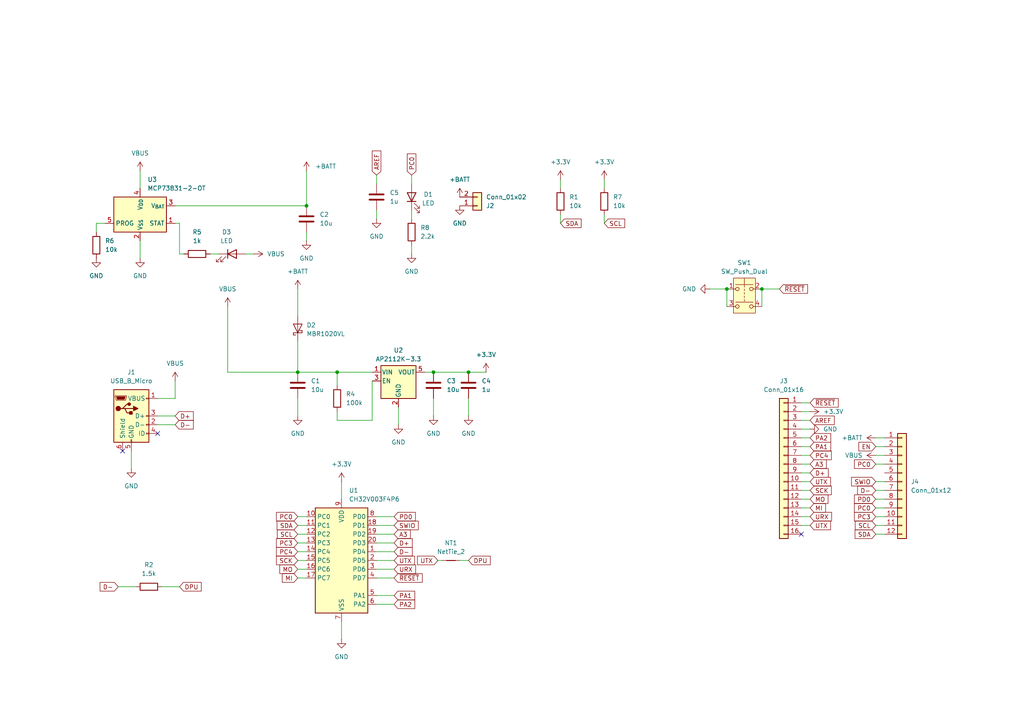
<source format=kicad_sch>
(kicad_sch (version 20250114) (generator "eeschema") (generator_version "9.0")
  (paper "A4")
  (lib_symbols
    (symbol "Battery_Management:MCP73831-2-OT"
      (property "Reference" "U" (at -7.62 6.35 0))
      (property "Value" "MCP73831-2-OT" (at 1.27 6.35 0))
      (symbol "MCP73831-2-OT_0_1"
        (rectangle (start -7.62 5.08) (end 7.62 -5.08) (stroke (width 0.254)) (fill (type background)))
      )
      (symbol "MCP73831-2-OT_1_1"
        (pin input line (at -10.16 -2.54 0) (length 2.54) (name "PROG") (number "5"))
        (pin power_in line (at 0 7.62 270) (length 2.54) (name "V_{DD}") (number "4"))
        (pin power_in line (at 0 -7.62 90) (length 2.54) (name "V_{SS}") (number "2"))
        (pin power_out line (at 10.16 2.54 180) (length 2.54) (name "V_{BAT}") (number "3"))
        (pin tri_state line (at 10.16 -2.54 180) (length 2.54) (name "STAT") (number "1"))
      )
    )
    (symbol "Connector:USB_B_Micro" (pin_names (offset 1.016))
      (property "Reference" "J" (at -5.08 11.43 0))
      (property "Value" "USB_B_Micro" (at -5.08 8.89 0))
      (symbol "USB_B_Micro_0_1"
        (rectangle (start -5.08 -7.62) (end 5.08 7.62) (stroke (width 0.254)) (fill (type background)))
        (polyline (pts (xy -4.699 5.842) (xy -4.699 5.588) (xy -4.445 4.826) (xy -4.445 4.572) (xy -1.651 4.572) (xy -1.651 4.826) (xy -1.397 5.588) (xy -1.397 5.842) (xy -4.699 5.842)))
        (polyline (pts (xy -4.318 5.588) (xy -1.778 5.588) (xy -2.032 4.826) (xy -4.064 4.826) (xy -4.318 5.588)) (fill (type outline)))
        (circle (center -3.81 2.159) (radius 0.635) (stroke (width 0.254)) (fill (type outline)))
        (polyline (pts (xy -3.175 2.159) (xy -2.54 2.159) (xy -1.27 3.429) (xy -0.635 3.429)) (stroke (width 0.254)))
        (polyline (pts (xy -2.54 2.159) (xy -1.905 2.159) (xy -1.27 0.889) (xy 0 0.889)) (stroke (width 0.254)))
        (polyline (pts (xy -1.905 2.159) (xy 0.635 2.159)) (stroke (width 0.254)))
        (circle (center -0.635 3.429) (radius 0.381) (stroke (width 0.254)) (fill (type outline)))
        (rectangle (start -0.127 -7.62) (end 0.127 -6.858))
        (rectangle (start 0.254 1.27) (end -0.508 0.508) (stroke (width 0.254)) (fill (type outline)))
        (polyline (pts (xy 0.635 2.794) (xy 0.635 1.524) (xy 1.905 2.159) (xy 0.635 2.794)) (stroke (width 0.254)) (fill (type outline)))
        (rectangle (start 5.08 4.953) (end 4.318 5.207))
        (rectangle (start 5.08 -0.127) (end 4.318 0.127))
        (rectangle (start 5.08 -2.667) (end 4.318 -2.413))
        (rectangle (start 5.08 -5.207) (end 4.318 -4.953))
      )
      (symbol "USB_B_Micro_1_1"
        (pin passive line (at -2.54 -10.16 90) (length 2.54) (name "Shield") (number "6"))
        (pin power_out line (at 0 -10.16 90) (length 2.54) (name "GND") (number "5"))
        (pin power_out line (at 7.62 5.08 180) (length 2.54) (name "VBUS") (number "1"))
        (pin bidirectional line (at 7.62 0 180) (length 2.54) (name "D+") (number "3"))
        (pin bidirectional line (at 7.62 -2.54 180) (length 2.54) (name "D-") (number "2"))
        (pin passive line (at 7.62 -5.08 180) (length 2.54) (name "ID") (number "4"))
      )
    )
    (symbol "Connector_Generic:Conn_01x02" (pin_names (offset 1.016) (hide yes))
      (property "Reference" "J" (at 0 2.54 0))
      (property "Value" "Conn_01x02" (at 0 -5.08 0))
      (symbol "Conn_01x02_1_1"
        (rectangle (start -1.27 1.27) (end 1.27 -3.81) (stroke (width 0.254)) (fill (type background)))
        (rectangle (start -1.27 0.127) (end 0 -0.127) (stroke (width 0.1524)))
        (rectangle (start -1.27 -2.413) (end 0 -2.667) (stroke (width 0.1524)))
        (pin passive line (at -5.08 0 0) (length 3.81) (name "Pin_1") (number "1"))
        (pin passive line (at -5.08 -2.54 0) (length 3.81) (name "Pin_2") (number "2"))
      )
    )
    (symbol "Connector_Generic:Conn_01x12" (pin_names (offset 1.016) (hide yes))
      (property "Reference" "J" (at 0 15.24 0))
      (property "Value" "Conn_01x12" (at 0 -17.78 0))
      (symbol "Conn_01x12_1_1"
        (rectangle (start -1.27 13.97) (end 1.27 -16.51) (stroke (width 0.254)) (fill (type background)))
        (rectangle (start -1.27 12.827) (end 0 12.573) (stroke (width 0.1524)))
        (rectangle (start -1.27 10.287) (end 0 10.033) (stroke (width 0.1524)))
        (rectangle (start -1.27 7.747) (end 0 7.493) (stroke (width 0.1524)))
        (rectangle (start -1.27 5.207) (end 0 4.953) (stroke (width 0.1524)))
        (rectangle (start -1.27 2.667) (end 0 2.413) (stroke (width 0.1524)))
        (rectangle (start -1.27 0.127) (end 0 -0.127) (stroke (width 0.1524)))
        (rectangle (start -1.27 -2.413) (end 0 -2.667) (stroke (width 0.1524)))
        (rectangle (start -1.27 -4.953) (end 0 -5.207) (stroke (width 0.1524)))
        (rectangle (start -1.27 -7.493) (end 0 -7.747) (stroke (width 0.1524)))
        (rectangle (start -1.27 -10.033) (end 0 -10.287) (stroke (width 0.1524)))
        (rectangle (start -1.27 -12.573) (end 0 -12.827) (stroke (width 0.1524)))
        (rectangle (start -1.27 -15.113) (end 0 -15.367) (stroke (width 0.1524)))
        (pin passive line (at -5.08 12.7 0) (length 3.81) (name "Pin_1") (number "1"))
        (pin passive line (at -5.08 10.16 0) (length 3.81) (name "Pin_2") (number "2"))
        (pin passive line (at -5.08 7.62 0) (length 3.81) (name "Pin_3") (number "3"))
        (pin passive line (at -5.08 5.08 0) (length 3.81) (name "Pin_4") (number "4"))
        (pin passive line (at -5.08 2.54 0) (length 3.81) (name "Pin_5") (number "5"))
        (pin passive line (at -5.08 0 0) (length 3.81) (name "Pin_6") (number "6"))
        (pin passive line (at -5.08 -2.54 0) (length 3.81) (name "Pin_7") (number "7"))
        (pin passive line (at -5.08 -5.08 0) (length 3.81) (name "Pin_8") (number "8"))
        (pin passive line (at -5.08 -7.62 0) (length 3.81) (name "Pin_9") (number "9"))
        (pin passive line (at -5.08 -10.16 0) (length 3.81) (name "Pin_10") (number "10"))
        (pin passive line (at -5.08 -12.7 0) (length 3.81) (name "Pin_11") (number "11"))
        (pin passive line (at -5.08 -15.24 0) (length 3.81) (name "Pin_12") (number "12"))
      )
    )
    (symbol "Connector_Generic:Conn_01x16" (pin_names (offset 1.016) (hide yes))
      (property "Reference" "J" (at 0 20.32 0))
      (property "Value" "Conn_01x16" (at 0 -22.86 0))
      (symbol "Conn_01x16_1_1"
        (rectangle (start -1.27 19.05) (end 1.27 -21.59) (stroke (width 0.254)) (fill (type background)))
        (rectangle (start -1.27 17.907) (end 0 17.653) (stroke (width 0.1524)))
        (rectangle (start -1.27 15.367) (end 0 15.113) (stroke (width 0.1524)))
        (rectangle (start -1.27 12.827) (end 0 12.573) (stroke (width 0.1524)))
        (rectangle (start -1.27 10.287) (end 0 10.033) (stroke (width 0.1524)))
        (rectangle (start -1.27 7.747) (end 0 7.493) (stroke (width 0.1524)))
        (rectangle (start -1.27 5.207) (end 0 4.953) (stroke (width 0.1524)))
        (rectangle (start -1.27 2.667) (end 0 2.413) (stroke (width 0.1524)))
        (rectangle (start -1.27 0.127) (end 0 -0.127) (stroke (width 0.1524)))
        (rectangle (start -1.27 -2.413) (end 0 -2.667) (stroke (width 0.1524)))
        (rectangle (start -1.27 -4.953) (end 0 -5.207) (stroke (width 0.1524)))
        (rectangle (start -1.27 -7.493) (end 0 -7.747) (stroke (width 0.1524)))
        (rectangle (start -1.27 -10.033) (end 0 -10.287) (stroke (width 0.1524)))
        (rectangle (start -1.27 -12.573) (end 0 -12.827) (stroke (width 0.1524)))
        (rectangle (start -1.27 -15.113) (end 0 -15.367) (stroke (width 0.1524)))
        (rectangle (start -1.27 -17.653) (end 0 -17.907) (stroke (width 0.1524)))
        (rectangle (start -1.27 -20.193) (end 0 -20.447) (stroke (width 0.1524)))
        (pin passive line (at -5.08 17.78 0) (length 3.81) (name "Pin_1") (number "1"))
        (pin passive line (at -5.08 15.24 0) (length 3.81) (name "Pin_2") (number "2"))
        (pin passive line (at -5.08 12.7 0) (length 3.81) (name "Pin_3") (number "3"))
        (pin passive line (at -5.08 10.16 0) (length 3.81) (name "Pin_4") (number "4"))
        (pin passive line (at -5.08 7.62 0) (length 3.81) (name "Pin_5") (number "5"))
        (pin passive line (at -5.08 5.08 0) (length 3.81) (name "Pin_6") (number "6"))
        (pin passive line (at -5.08 2.54 0) (length 3.81) (name "Pin_7") (number "7"))
        (pin passive line (at -5.08 0 0) (length 3.81) (name "Pin_8") (number "8"))
        (pin passive line (at -5.08 -2.54 0) (length 3.81) (name "Pin_9") (number "9"))
        (pin passive line (at -5.08 -5.08 0) (length 3.81) (name "Pin_10") (number "10"))
        (pin passive line (at -5.08 -7.62 0) (length 3.81) (name "Pin_11") (number "11"))
        (pin passive line (at -5.08 -10.16 0) (length 3.81) (name "Pin_12") (number "12"))
        (pin passive line (at -5.08 -12.7 0) (length 3.81) (name "Pin_13") (number "13"))
        (pin passive line (at -5.08 -15.24 0) (length 3.81) (name "Pin_14") (number "14"))
        (pin passive line (at -5.08 -17.78 0) (length 3.81) (name "Pin_15") (number "15"))
        (pin passive line (at -5.08 -20.32 0) (length 3.81) (name "Pin_16") (number "16"))
      )
    )
    (symbol "Device:C" (pin_numbers (hide yes)) (pin_names (offset 0.254))
      (property "Reference" "C" (at 0.635 2.54 0))
      (property "Value" "C" (at 0.635 -2.54 0))
      (symbol "C_0_1"
        (polyline (pts (xy -2.032 0.762) (xy 2.032 0.762)) (stroke (width 0.508)))
        (polyline (pts (xy -2.032 -0.762) (xy 2.032 -0.762)) (stroke (width 0.508)))
      )
      (symbol "C_1_1"
        (pin passive line (at 0 3.81 270) (length 2.794) (name "~") (number "1"))
        (pin passive line (at 0 -3.81 90) (length 2.794) (name "~") (number "2"))
      )
    )
    (symbol "Device:LED" (pin_numbers (hide yes)) (pin_names (offset 1.016) (hide yes))
      (property "Reference" "D" (at 0 2.54 0))
      (property "Value" "LED" (at 0 -2.54 0))
      (symbol "LED_0_1"
        (polyline (pts (xy -3.048 -0.762) (xy -4.572 -2.286) (xy -3.81 -2.286) (xy -4.572 -2.286) (xy -4.572 -1.524)))
        (polyline (pts (xy -1.778 -0.762) (xy -3.302 -2.286) (xy -2.54 -2.286) (xy -3.302 -2.286) (xy -3.302 -1.524)))
        (polyline (pts (xy -1.27 0) (xy 1.27 0)))
        (polyline (pts (xy -1.27 -1.27) (xy -1.27 1.27)) (stroke (width 0.254)))
        (polyline (pts (xy 1.27 -1.27) (xy 1.27 1.27) (xy -1.27 0) (xy 1.27 -1.27)) (stroke (width 0.254)))
      )
      (symbol "LED_1_1"
        (pin passive line (at -3.81 0 0) (length 2.54) (name "K") (number "1"))
        (pin passive line (at 3.81 0 180) (length 2.54) (name "A") (number "2"))
      )
    )
    (symbol "Device:NetTie_2" (pin_numbers (hide yes)) (pin_names (offset 0) (hide yes)) (in_bom no)
      (property "Reference" "NT" (at 0 1.27 0))
      (property "Value" "NetTie_2" (at 0 -1.27 0))
      (symbol "NetTie_2_0_1"
        (polyline (pts (xy -1.27 0) (xy 1.27 0)) (stroke (width 0.254)))
      )
      (symbol "NetTie_2_1_1"
        (pin passive line (at -2.54 0 0) (length 2.54) (name "1") (number "1"))
        (pin passive line (at 2.54 0 180) (length 2.54) (name "2") (number "2"))
      )
    )
    (symbol "Device:R" (pin_numbers (hide yes)) (pin_names (offset 0))
      (property "Reference" "R" (at 2.032 0 90))
      (property "Value" "R" (at 0 0 90))
      (symbol "R_0_1"
        (rectangle (start -1.016 -2.54) (end 1.016 2.54) (stroke (width 0.254)))
      )
      (symbol "R_1_1"
        (pin passive line (at 0 3.81 270) (length 1.27) (name "~") (number "1"))
        (pin passive line (at 0 -3.81 90) (length 1.27) (name "~") (number "2"))
      )
    )
    (symbol "Diode:MBR1020VL" (pin_numbers (hide yes)) (pin_names (hide yes))
      (property "Reference" "D" (at 0 2.54 0))
      (property "Value" "MBR1020VL" (at 0 -2.54 0))
      (symbol "MBR1020VL_0_1"
        (polyline (pts (xy -1.905 0.635) (xy -1.905 1.27) (xy -1.27 1.27) (xy -1.27 -1.27) (xy -0.635 -1.27) (xy -0.635 -0.635)) (stroke (width 0.2032)))
        (polyline (pts (xy 1.27 1.27) (xy 1.27 -1.27) (xy -1.27 0) (xy 1.27 1.27)) (stroke (width 0.2032)))
        (polyline (pts (xy 1.27 0) (xy -1.27 0)))
      )
      (symbol "MBR1020VL_1_1"
        (pin passive line (at -3.81 0 0) (length 2.54) (name "K") (number "1"))
        (pin passive line (at 3.81 0 180) (length 2.54) (name "A") (number "2"))
      )
    )
    (symbol "MCU_WCH_CH32V0:CH32V003FxPx"
      (property "Reference" "U" (at -7.62 17.78 0))
      (property "Value" "CH32V003FxPx" (at 7.62 17.78 0))
      (symbol "CH32V003FxPx_1_1"
        (rectangle (start -7.62 15.24) (end 7.62 -15.24) (stroke (width 0.254)) (fill (type background)))
        (pin bidirectional line (at -10.16 12.7 0) (length 2.54) (name "PC0") (number "10"))
        (pin bidirectional line (at -10.16 10.16 0) (length 2.54) (name "PC1") (number "11"))
        (pin bidirectional line (at -10.16 7.62 0) (length 2.54) (name "PC2") (number "12"))
        (pin bidirectional line (at -10.16 5.08 0) (length 2.54) (name "PC3") (number "13"))
        (pin bidirectional line (at -10.16 2.54 0) (length 2.54) (name "PC4") (number "14"))
        (pin bidirectional line (at -10.16 0 0) (length 2.54) (name "PC5") (number "15"))
        (pin bidirectional line (at -10.16 -2.54 0) (length 2.54) (name "PC6") (number "16"))
        (pin bidirectional line (at -10.16 -5.08 0) (length 2.54) (name "PC7") (number "17"))
        (pin power_in line (at 0 17.78 270) (length 2.54) (name "VDD") (number "9"))
        (pin power_in line (at 0 -17.78 90) (length 2.54) (name "VSS") (number "7"))
        (pin bidirectional line (at 10.16 12.7 180) (length 2.54) (name "PD0") (number "8"))
        (pin bidirectional line (at 10.16 10.16 180) (length 2.54) (name "PD1") (number "18"))
        (pin bidirectional line (at 10.16 7.62 180) (length 2.54) (name "PD2") (number "19"))
        (pin bidirectional line (at 10.16 5.08 180) (length 2.54) (name "PD3") (number "20"))
        (pin bidirectional line (at 10.16 2.54 180) (length 2.54) (name "PD4") (number "1"))
        (pin bidirectional line (at 10.16 0 180) (length 2.54) (name "PD5") (number "2"))
        (pin bidirectional line (at 10.16 -2.54 180) (length 2.54) (name "PD6") (number "3"))
        (pin bidirectional line (at 10.16 -5.08 180) (length 2.54) (name "PD7") (number "4"))
        (pin bidirectional line (at 10.16 -10.16 180) (length 2.54) (name "PA1") (number "5"))
        (pin bidirectional line (at 10.16 -12.7 180) (length 2.54) (name "PA2") (number "6"))
      )
    )
    (symbol "Regulator_Linear:AP2112K-3.3" (pin_names (offset 0.254))
      (property "Reference" "U" (at -5.08 5.715 0))
      (property "Value" "AP2112K-3.3" (at 0 5.715 0))
      (symbol "AP2112K-3.3_0_1"
        (rectangle (start -5.08 4.445) (end 5.08 -5.08) (stroke (width 0.254)) (fill (type background)))
      )
      (symbol "AP2112K-3.3_1_1"
        (pin power_in line (at -7.62 2.54 0) (length 2.54) (name "VIN") (number "1"))
        (pin input line (at -7.62 0 0) (length 2.54) (name "EN") (number "3"))
        (pin power_in line (at 0 -7.62 90) (length 2.54) (name "GND") (number "2"))
        (pin no_connect line (at 5.08 0 180) (length 2.54) (hide yes) (name "NC") (number "4"))
        (pin power_out line (at 7.62 2.54 180) (length 2.54) (name "VOUT") (number "5"))
      )
    )
    (symbol "Switch:SW_Push_Dual" (pin_names (offset 1.016) (hide yes))
      (property "Reference" "SW" (at 0 7.62 0))
      (property "Value" "SW_Push_Dual" (at 0 -6.35 0))
      (symbol "SW_Push_Dual_0_1"
        (circle (center -2.032 2.54) (radius 0.508))
        (circle (center -2.032 -2.54) (radius 0.508))
        (polyline (pts (xy 0 3.81) (xy 0 5.588)))
        (polyline (pts (xy 0 3.048) (xy 0 3.556)))
        (polyline (pts (xy 0 2.032) (xy 0 2.54)))
        (polyline (pts (xy 0 1.016) (xy 0 1.524)))
        (polyline (pts (xy 0 0.508) (xy 0 0)))
        (polyline (pts (xy 0 -0.508) (xy 0 -1.016)))
        (circle (center 2.032 2.54) (radius 0.508))
        (circle (center 2.032 -2.54) (radius 0.508))
        (polyline (pts (xy 2.54 3.81) (xy -2.54 3.81)))
        (polyline (pts (xy 2.54 -1.27) (xy -2.54 -1.27)))
        (pin passive line (at -5.08 2.54 0) (length 2.54) (name "1") (number "1"))
        (pin passive line (at -5.08 -2.54 0) (length 2.54) (name "3") (number "3"))
        (pin passive line (at 5.08 2.54 180) (length 2.54) (name "2") (number "2"))
        (pin passive line (at 5.08 -2.54 180) (length 2.54) (name "4") (number "4"))
      )
      (symbol "SW_Push_Dual_1_1"
        (rectangle (start -3.175 5.715) (end 3.175 -4.445) (fill (type background)))
      )
    )
    (symbol "power:+3.3V" (power) (pin_numbers (hide yes)) (pin_names (offset 0) (hide yes))
      (property "Value" "+3.3V" (at 0 3.556 0))
      (symbol "+3.3V_0_1"
        (polyline (pts (xy -0.762 1.27) (xy 0 2.54)))
        (polyline (pts (xy 0 2.54) (xy 0.762 1.27)))
        (polyline (pts (xy 0 0) (xy 0 2.54)))
      )
      (symbol "+3.3V_1_1"
        (pin power_in line (at 0 0 90) (length 0) (name "~") (number "1"))
      )
    )
    (symbol "power:+BATT" (power) (pin_numbers (hide yes)) (pin_names (offset 0) (hide yes))
      (property "Value" "+BATT" (at 0 3.556 0))
      (symbol "+BATT_0_1"
        (polyline (pts (xy -0.762 1.27) (xy 0 2.54)))
        (polyline (pts (xy 0 2.54) (xy 0.762 1.27)))
        (polyline (pts (xy 0 0) (xy 0 2.54)))
      )
      (symbol "+BATT_1_1"
        (pin power_in line (at 0 0 90) (length 0) (name "~") (number "1"))
      )
    )
    (symbol "power:GND" (power) (pin_numbers (hide yes)) (pin_names (offset 0) (hide yes))
      (property "Value" "GND" (at 0 -3.81 0))
      (symbol "GND_0_1"
        (polyline (pts (xy 0 0) (xy 0 -1.27) (xy 1.27 -1.27) (xy 0 -2.54) (xy -1.27 -1.27) (xy 0 -1.27)))
      )
      (symbol "GND_1_1"
        (pin power_in line (at 0 0 270) (length 0) (name "~") (number "1"))
      )
    )
    (symbol "power:VBUS" (power) (pin_numbers (hide yes)) (pin_names (offset 0) (hide yes))
      (property "Value" "VBUS" (at 0 3.556 0))
      (symbol "VBUS_0_1"
        (polyline (pts (xy -0.762 1.27) (xy 0 2.54)))
        (polyline (pts (xy 0 2.54) (xy 0.762 1.27)))
        (polyline (pts (xy 0 0) (xy 0 2.54)))
      )
      (symbol "VBUS_1_1"
        (pin power_in line (at 0 0 90) (length 0) (name "~") (number "1"))
      )
    )
  )
  (junction (at 86.36 107.95))
  (junction (at 125.73 107.95))
  (junction (at 210.82 83.82))
  (junction (at 88.9 59.69))
  (junction (at 220.98 83.82))
  (junction (at 135.89 107.95))
  (junction (at 97.79 107.95))
  (no_connect (at 35.56 130.81))
  (no_connect (at 45.72 125.73))
  (no_connect (at 232.41 154.94))
  (wire (pts (xy 220.98 83.82) (xy 220.98 88.9)))
  (wire (pts (xy 86.36 99.06) (xy 86.36 107.95)))
  (wire (pts (xy 119.38 63.5) (xy 119.38 60.96)))
  (wire (pts (xy 109.22 152.4) (xy 114.3 152.4)))
  (wire (pts (xy 97.79 107.95) (xy 86.36 107.95)))
  (wire (pts (xy 109.22 167.64) (xy 114.3 167.64)))
  (wire (pts (xy 34.29 170.18) (xy 39.37 170.18)))
  (wire (pts (xy 205.74 83.82) (xy 210.82 83.82)))
  (wire (pts (xy 210.82 83.82) (xy 210.82 88.9)))
  (wire (pts (xy 232.41 142.24) (xy 234.95 142.24)))
  (wire (pts (xy 109.22 175.26) (xy 114.3 175.26)))
  (wire (pts (xy 107.95 121.92) (xy 97.79 121.92)))
  (wire (pts (xy 109.22 63.5) (xy 109.22 60.96)))
  (wire (pts (xy 109.22 154.94) (xy 114.3 154.94)))
  (wire (pts (xy 254 149.86) (xy 256.54 149.86)))
  (wire (pts (xy 86.36 160.02) (xy 88.9 160.02)))
  (wire (pts (xy 125.73 107.95) (xy 123.19 107.95)))
  (wire (pts (xy 114.3 157.48) (xy 109.22 157.48)))
  (wire (pts (xy 254 134.62) (xy 256.54 134.62)))
  (wire (pts (xy 66.04 88.9) (xy 66.04 107.95)))
  (wire (pts (xy 254 147.32) (xy 256.54 147.32)))
  (wire (pts (xy 119.38 50.8) (xy 119.38 53.34)))
  (wire (pts (xy 46.99 170.18) (xy 52.07 170.18)))
  (wire (pts (xy 254 154.94) (xy 256.54 154.94)))
  (wire (pts (xy 50.8 59.69) (xy 88.9 59.69)))
  (wire (pts (xy 254 144.78) (xy 256.54 144.78)))
  (wire (pts (xy 97.79 111.76) (xy 97.79 107.95)))
  (wire (pts (xy 60.96 73.66) (xy 63.5 73.66)))
  (wire (pts (xy 254 142.24) (xy 256.54 142.24)))
  (wire (pts (xy 114.3 162.56) (xy 109.22 162.56)))
  (wire (pts (xy 86.36 149.86) (xy 88.9 149.86)))
  (wire (pts (xy 254 127) (xy 256.54 127)))
  (wire (pts (xy 38.1 135.89) (xy 38.1 130.81)))
  (wire (pts (xy 52.07 73.66) (xy 53.34 73.66)))
  (wire (pts (xy 27.94 67.31) (xy 27.94 64.77)))
  (wire (pts (xy 232.41 119.38) (xy 234.95 119.38)))
  (wire (pts (xy 115.57 118.11) (xy 115.57 123.19)))
  (wire (pts (xy 125.73 120.65) (xy 125.73 115.57)))
  (wire (pts (xy 99.06 139.7) (xy 99.06 144.78)))
  (wire (pts (xy 232.41 139.7) (xy 234.95 139.7)))
  (wire (pts (xy 86.36 162.56) (xy 88.9 162.56)))
  (wire (pts (xy 119.38 71.12) (xy 119.38 73.66)))
  (wire (pts (xy 99.06 180.34) (xy 99.06 185.42)))
  (wire (pts (xy 128.27 162.56) (xy 127 162.56)))
  (wire (pts (xy 86.36 165.1) (xy 88.9 165.1)))
  (wire (pts (xy 114.3 160.02) (xy 109.22 160.02)))
  (wire (pts (xy 254 152.4) (xy 256.54 152.4)))
  (wire (pts (xy 175.26 54.61) (xy 175.26 52.07)))
  (wire (pts (xy 40.64 49.53) (xy 40.64 54.61)))
  (wire (pts (xy 254 139.7) (xy 256.54 139.7)))
  (wire (pts (xy 162.56 64.77) (xy 162.56 62.23)))
  (wire (pts (xy 50.8 115.57) (xy 45.72 115.57)))
  (wire (pts (xy 97.79 121.92) (xy 97.79 119.38)))
  (wire (pts (xy 66.04 107.95) (xy 86.36 107.95)))
  (wire (pts (xy 109.22 165.1) (xy 114.3 165.1)))
  (wire (pts (xy 232.41 121.92) (xy 234.95 121.92)))
  (wire (pts (xy 27.94 64.77) (xy 30.48 64.77)))
  (wire (pts (xy 232.41 152.4) (xy 234.95 152.4)))
  (wire (pts (xy 86.36 152.4) (xy 88.9 152.4)))
  (wire (pts (xy 50.8 110.49) (xy 50.8 115.57)))
  (wire (pts (xy 109.22 53.34) (xy 109.22 50.8)))
  (wire (pts (xy 232.41 137.16) (xy 234.95 137.16)))
  (wire (pts (xy 254 129.54) (xy 256.54 129.54)))
  (wire (pts (xy 135.89 107.95) (xy 125.73 107.95)))
  (wire (pts (xy 45.72 120.65) (xy 50.8 120.65)))
  (wire (pts (xy 97.79 107.95) (xy 107.95 107.95)))
  (wire (pts (xy 88.9 49.53) (xy 88.9 59.69)))
  (wire (pts (xy 175.26 64.77) (xy 175.26 62.23)))
  (wire (pts (xy 232.41 124.46) (xy 234.95 124.46)))
  (wire (pts (xy 254 132.08) (xy 256.54 132.08)))
  (wire (pts (xy 232.41 144.78) (xy 234.95 144.78)))
  (wire (pts (xy 107.95 110.49) (xy 107.95 121.92)))
  (wire (pts (xy 86.36 167.64) (xy 88.9 167.64)))
  (wire (pts (xy 232.41 129.54) (xy 234.95 129.54)))
  (wire (pts (xy 140.97 107.95) (xy 135.89 107.95)))
  (wire (pts (xy 52.07 73.66) (xy 52.07 64.77)))
  (wire (pts (xy 88.9 69.85) (xy 88.9 67.31)))
  (wire (pts (xy 50.8 123.19) (xy 45.72 123.19)))
  (wire (pts (xy 73.66 73.66) (xy 71.12 73.66)))
  (wire (pts (xy 232.41 134.62) (xy 234.95 134.62)))
  (wire (pts (xy 162.56 54.61) (xy 162.56 52.07)))
  (wire (pts (xy 86.36 154.94) (xy 88.9 154.94)))
  (wire (pts (xy 52.07 64.77) (xy 50.8 64.77)))
  (wire (pts (xy 234.95 116.84) (xy 232.41 116.84)))
  (wire (pts (xy 232.41 149.86) (xy 234.95 149.86)))
  (wire (pts (xy 232.41 132.08) (xy 234.95 132.08)))
  (wire (pts (xy 86.36 157.48) (xy 88.9 157.48)))
  (wire (pts (xy 40.64 74.93) (xy 40.64 69.85)))
  (wire (pts (xy 133.35 162.56) (xy 135.89 162.56)))
  (wire (pts (xy 232.41 147.32) (xy 234.95 147.32)))
  (wire (pts (xy 86.36 83.82) (xy 86.36 91.44)))
  (wire (pts (xy 135.89 120.65) (xy 135.89 115.57)))
  (wire (pts (xy 109.22 149.86) (xy 114.3 149.86)))
  (wire (pts (xy 86.36 120.65) (xy 86.36 115.57)))
  (wire (pts (xy 109.22 172.72) (xy 114.3 172.72)))
  (wire (pts (xy 220.98 83.82) (xy 226.06 83.82)))
  (wire (pts (xy 232.41 127) (xy 234.95 127)))
  (global_label "SCK" (shape input) (at 86.36 162.56 180) (property "Intersheetrefs" "${INTERSHEET_REFS}" (effects (hide yes))))
  (global_label "MI" (shape input) (at 86.36 167.64 180) (property "Intersheetrefs" "${INTERSHEET_REFS}" (effects (hide yes))))
  (global_label "PC0" (shape input) (at 254 147.32 180) (property "Intersheetrefs" "${INTERSHEET_REFS}" (effects (hide yes))))
  (global_label "PA2" (shape input) (at 234.95 127 0) (property "Intersheetrefs" "${INTERSHEET_REFS}" (effects (hide yes))))
  (global_label "PC4" (shape input) (at 234.95 132.08 0) (property "Intersheetrefs" "${INTERSHEET_REFS}" (effects (hide yes))))
  (global_label "PD0" (shape input) (at 254 144.78 180) (property "Intersheetrefs" "${INTERSHEET_REFS}" (effects (hide yes))))
  (global_label "PC4" (shape input) (at 86.36 160.02 180) (property "Intersheetrefs" "${INTERSHEET_REFS}" (effects (hide yes))))
  (global_label "SCK" (shape input) (at 234.95 142.24 0) (property "Intersheetrefs" "${INTERSHEET_REFS}" (effects (hide yes))))
  (global_label "SDA" (shape input) (at 162.56 64.77 0) (property "Intersheetrefs" "${INTERSHEET_REFS}" (effects (hide yes))))
  (global_label "MO" (shape input) (at 234.95 144.78 0) (property "Intersheetrefs" "${INTERSHEET_REFS}" (effects (hide yes))))
  (global_label "SDA" (shape input) (at 86.36 152.4 180) (property "Intersheetrefs" "${INTERSHEET_REFS}" (effects (hide yes))))
  (global_label "A3" (shape input) (at 114.3 154.94 0) (property "Intersheetrefs" "${INTERSHEET_REFS}" (effects (hide yes))))
  (global_label "AREF" (shape input) (at 109.22 50.8 90) (property "Intersheetrefs" "${INTERSHEET_REFS}" (effects (hide yes))))
  (global_label "PA2" (shape input) (at 114.3 175.26 0) (property "Intersheetrefs" "${INTERSHEET_REFS}" (effects (hide yes))))
  (global_label "DPU" (shape input) (at 52.07 170.18 0) (property "Intersheetrefs" "${INTERSHEET_REFS}" (effects (hide yes))))
  (global_label "MI" (shape input) (at 234.95 147.32 0) (property "Intersheetrefs" "${INTERSHEET_REFS}" (effects (hide yes))))
  (global_label "UTX" (shape input) (at 234.95 152.4 0) (property "Intersheetrefs" "${INTERSHEET_REFS}" (effects (hide yes))))
  (global_label "SWIO" (shape input) (at 114.3 152.4 0) (property "Intersheetrefs" "${INTERSHEET_REFS}" (effects (hide yes))))
  (global_label "URX" (shape input) (at 114.3 165.1 0) (property "Intersheetrefs" "${INTERSHEET_REFS}" (effects (hide yes))))
  (global_label "D+" (shape input) (at 50.8 120.65 0) (property "Intersheetrefs" "${INTERSHEET_REFS}" (effects (hide yes))))
  (global_label "D+" (shape input) (at 234.95 137.16 0) (property "Intersheetrefs" "${INTERSHEET_REFS}" (effects (hide yes))))
  (global_label "D-" (shape input) (at 50.8 123.19 0) (property "Intersheetrefs" "${INTERSHEET_REFS}" (effects (hide yes))))
  (global_label "PD0" (shape input) (at 114.3 149.86 0) (property "Intersheetrefs" "${INTERSHEET_REFS}" (effects (hide yes))))
  (global_label "AREF" (shape input) (at 234.95 121.92 0) (property "Intersheetrefs" "${INTERSHEET_REFS}" (effects (hide yes))))
  (global_label "PC0" (shape input) (at 86.36 149.86 180) (property "Intersheetrefs" "${INTERSHEET_REFS}" (effects (hide yes))))
  (global_label "SDA" (shape input) (at 254 154.94 180) (property "Intersheetrefs" "${INTERSHEET_REFS}" (effects (hide yes))))
  (global_label "URX" (shape input) (at 234.95 149.86 0) (property "Intersheetrefs" "${INTERSHEET_REFS}" (effects (hide yes))))
  (global_label "D-" (shape input) (at 114.3 160.02 0) (property "Intersheetrefs" "${INTERSHEET_REFS}" (effects (hide yes))))
  (global_label "DPU" (shape input) (at 135.89 162.56 0) (property "Intersheetrefs" "${INTERSHEET_REFS}" (effects (hide yes))))
  (global_label "MO" (shape input) (at 86.36 165.1 180) (property "Intersheetrefs" "${INTERSHEET_REFS}" (effects (hide yes))))
  (global_label "D-" (shape input) (at 254 142.24 180) (property "Intersheetrefs" "${INTERSHEET_REFS}" (effects (hide yes))))
  (global_label "~{RESET}" (shape input) (at 226.06 83.82 0) (property "Intersheetrefs" "${INTERSHEET_REFS}" (effects (hide yes))))
  (global_label "D-" (shape input) (at 34.29 170.18 180) (property "Intersheetrefs" "${INTERSHEET_REFS}" (effects (hide yes))))
  (global_label "SCL" (shape input) (at 254 152.4 180) (property "Intersheetrefs" "${INTERSHEET_REFS}" (effects (hide yes))))
  (global_label "SCL" (shape input) (at 175.26 64.77 0) (property "Intersheetrefs" "${INTERSHEET_REFS}" (effects (hide yes))))
  (global_label "PC0" (shape input) (at 254 134.62 180) (property "Intersheetrefs" "${INTERSHEET_REFS}" (effects (hide yes))))
  (global_label "PA1" (shape input) (at 234.95 129.54 0) (property "Intersheetrefs" "${INTERSHEET_REFS}" (effects (hide yes))))
  (global_label "UTX" (shape input) (at 234.95 139.7 0) (property "Intersheetrefs" "${INTERSHEET_REFS}" (effects (hide yes))))
  (global_label "PC3" (shape input) (at 86.36 157.48 180) (property "Intersheetrefs" "${INTERSHEET_REFS}" (effects (hide yes))))
  (global_label "SWIO" (shape input) (at 254 139.7 180) (property "Intersheetrefs" "${INTERSHEET_REFS}" (effects (hide yes))))
  (global_label "PC0" (shape input) (at 119.38 50.8 90) (property "Intersheetrefs" "${INTERSHEET_REFS}" (effects (hide yes))))
  (global_label "A3" (shape input) (at 234.95 134.62 0) (property "Intersheetrefs" "${INTERSHEET_REFS}" (effects (hide yes))))
  (global_label "UTX" (shape input) (at 127 162.56 180) (property "Intersheetrefs" "${INTERSHEET_REFS}" (effects (hide yes))))
  (global_label "UTX" (shape input) (at 114.3 162.56 0) (property "Intersheetrefs" "${INTERSHEET_REFS}" (effects (hide yes))))
  (global_label "PA1" (shape input) (at 114.3 172.72 0) (property "Intersheetrefs" "${INTERSHEET_REFS}" (effects (hide yes))))
  (global_label "D+" (shape input) (at 114.3 157.48 0) (property "Intersheetrefs" "${INTERSHEET_REFS}" (effects (hide yes))))
  (global_label "SCL" (shape input) (at 86.36 154.94 180) (property "Intersheetrefs" "${INTERSHEET_REFS}" (effects (hide yes))))
  (global_label "EN" (shape input) (at 254 129.54 180) (property "Intersheetrefs" "${INTERSHEET_REFS}" (effects (hide yes))))
  (global_label "PC3" (shape input) (at 254 149.86 180) (property "Intersheetrefs" "${INTERSHEET_REFS}" (effects (hide yes))))
  (global_label "~{RESET}" (shape input) (at 114.3 167.64 0) (property "Intersheetrefs" "${INTERSHEET_REFS}" (effects (hide yes))))
  (global_label "~{RESET}" (shape input) (at 234.95 116.84 0) (property "Intersheetrefs" "${INTERSHEET_REFS}" (effects (hide yes))))
  (symbol (lib_id "power:GND") (at 135.89 120.65 0) (unit 1)
    (property "Reference" "#PWR016" (effects (hide yes)))
    (property "Value" "GND" (at 135.89 125.73 0))
    (property "Description" "Power symbol creates a global label with name \"GND\" , ground" (effects (hide yes)))
  )
  (symbol (lib_id "Diode:MBR1020VL") (at 86.36 95.25 90) (unit 1)
    (property "Reference" "D2" (at 88.9 94.2974 90) (effects (justify right)))
    (property "Value" "MBR1020VL" (at 88.9 96.8374 90) (effects (justify right)))
    (property "Footprint" "Diode_SMD:D_SOD-123F" (effects (hide yes)))
    (property "Datasheet" "https://www.onsemi.com/pub/Collateral/MBR1020VL-D.PDF" (effects (hide yes)))
    (property "Description" "20V, 1A, 340 mV, Schottky Diode Rectifier, SOD-123F" (effects (hide yes)))
  )
  (symbol (lib_id "power:GND") (at 119.38 73.66 0) (unit 1)
    (property "Reference" "#PWR029" (effects (hide yes)))
    (property "Value" "GND" (at 119.38 78.74 0))
    (property "Description" "Power symbol creates a global label with name \"GND\" , ground" (effects (hide yes)))
  )
  (symbol (lib_id "power:GND") (at 40.64 74.93 0) (unit 1)
    (property "Reference" "#PWR017" (effects (hide yes)))
    (property "Value" "GND" (at 40.64 80.01 0))
    (property "Description" "Power symbol creates a global label with name \"GND\" , ground" (effects (hide yes)))
  )
  (symbol (lib_id "Device:LED") (at 67.31 73.66 0) (unit 1)
    (property "Reference" "D3" (at 65.7225 67.31 0))
    (property "Value" "LED" (at 65.7225 69.85 0))
    (property "Footprint" "LED_SMD:LED_0805_2012Metric_Pad1.15x1.40mm_HandSolder" (effects (hide yes)))
    (property "Description" "Light emitting diode" (effects (hide yes)))
    (property "Sim.Pins" "1=K 2=A" (effects (hide yes)))
  )
  (symbol (lib_id "power:+BATT") (at 86.36 83.82 0) (unit 1)
    (property "Reference" "#PWR013" (effects (hide yes)))
    (property "Value" "+BATT" (at 86.36 78.74 0))
    (property "Description" "Power symbol creates a global label with name \"+BATT\"" (effects (hide yes)))
  )
  (symbol (lib_id "Device:NetTie_2") (at 130.81 162.56 0) (unit 1) (in_bom no)
    (property "Reference" "NT1" (at 130.81 157.48 0))
    (property "Value" "NetTie_2" (at 130.81 160.02 0))
    (property "Footprint" "Jumper:SolderJumper-2_P1.3mm_Bridged_RoundedPad1.0x1.5mm" (effects (hide yes)))
    (property "Description" "Net tie, 2 pins" (effects (hide yes)))
  )
  (symbol (lib_id "power:+3.3V") (at 162.56 52.07 0) (unit 1)
    (property "Reference" "#PWR01" (effects (hide yes)))
    (property "Value" "+3.3V" (at 162.56 46.99 0))
    (property "Description" "Power symbol creates a global label with name \"+3.3V\"" (effects (hide yes)))
  )
  (symbol (lib_id "Device:R") (at 43.18 170.18 90) (unit 1)
    (property "Reference" "R2" (at 43.18 163.83 90))
    (property "Value" "1.5k" (at 43.18 166.37 90))
    (property "Footprint" "Resistor_SMD:R_0603_1608Metric_Pad0.98x0.95mm_HandSolder" (effects (hide yes)))
    (property "Description" "Resistor" (effects (hide yes)))
  )
  (symbol (lib_id "power:GND") (at 27.94 74.93 0) (unit 1)
    (property "Reference" "#PWR022" (effects (hide yes)))
    (property "Value" "GND" (at 27.94 80.01 0))
    (property "Description" "Power symbol creates a global label with name \"GND\" , ground" (effects (hide yes)))
  )
  (symbol (lib_id "Connector:USB_B_Micro") (at 38.1 120.65 0) (unit 1)
    (property "Reference" "J1" (at 38.1 107.95 0))
    (property "Value" "USB_B_Micro" (at 38.1 110.49 0))
    (property "Footprint" "Connector_USB:USB_Micro-B_Wuerth_629105150521" (effects (hide yes)))
    (property "Description" "USB Micro Type B connector" (effects (hide yes)))
  )
  (symbol (lib_id "power:GND") (at 99.06 185.42 0) (unit 1)
    (property "Reference" "#PWR05" (effects (hide yes)))
    (property "Value" "GND" (at 99.06 190.5 0))
    (property "Description" "Power symbol creates a global label with name \"GND\" , ground" (effects (hide yes)))
  )
  (symbol (lib_id "Device:R") (at 97.79 115.57 180) (unit 1)
    (property "Reference" "R4" (at 100.33 114.2999 0) (effects (justify right)))
    (property "Value" "100k" (at 100.33 116.8399 0) (effects (justify right)))
    (property "Footprint" "Resistor_SMD:R_0603_1608Metric_Pad0.98x0.95mm_HandSolder" (effects (hide yes)))
    (property "Description" "Resistor" (effects (hide yes)))
  )
  (symbol (lib_id "power:GND") (at 133.35 59.69 0) (unit 1)
    (property "Reference" "#PWR08" (effects (hide yes)))
    (property "Value" "GND" (at 133.35 64.77 0))
    (property "Description" "Power symbol creates a global label with name \"GND\" , ground" (effects (hide yes)))
  )
  (symbol (lib_id "Connector_Generic:Conn_01x12") (at 261.62 139.7 0) (unit 1)
    (property "Reference" "J4" (at 264.16 139.6999 0) (effects (justify left)))
    (property "Value" "Conn_01x12" (at 264.16 142.2399 0) (effects (justify left)))
    (property "Footprint" "Connector_PinHeader_2.54mm:PinHeader_1x12_P2.54mm_Vertical" (effects (hide yes)))
    (property "Description" "Generic connector, single row, 01x12, script generated (kicad-library-utils/schlib/autogen/connector/)" (effects (hide yes)))
  )
  (symbol (lib_id "power:+3.3V") (at 175.26 52.07 0) (unit 1)
    (property "Reference" "#PWR024" (effects (hide yes)))
    (property "Value" "+3.3V" (at 175.26 46.99 0))
    (property "Description" "Power symbol creates a global label with name \"+3.3V\"" (effects (hide yes)))
  )
  (symbol (lib_id "Device:R") (at 27.94 71.12 180) (unit 1)
    (property "Reference" "R6" (at 30.48 69.8499 0) (effects (justify right)))
    (property "Value" "10k" (at 30.48 72.3899 0) (effects (justify right)))
    (property "Footprint" "Resistor_SMD:R_0603_1608Metric_Pad0.98x0.95mm_HandSolder" (effects (hide yes)))
    (property "Description" "Resistor" (effects (hide yes)))
  )
  (symbol (lib_id "power:+3.3V") (at 140.97 107.95 0) (unit 1)
    (property "Reference" "#PWR03" (effects (hide yes)))
    (property "Value" "+3.3V" (at 140.97 102.87 0))
    (property "Description" "Power symbol creates a global label with name \"+3.3V\"" (effects (hide yes)))
  )
  (symbol (lib_id "Device:R") (at 162.56 58.42 0) (unit 1)
    (property "Reference" "R1" (at 165.1 57.1499 0) (effects (justify left)))
    (property "Value" "10k" (at 165.1 59.6899 0) (effects (justify left)))
    (property "Footprint" "Resistor_SMD:R_0603_1608Metric_Pad0.98x0.95mm_HandSolder" (effects (hide yes)))
    (property "Description" "Resistor" (effects (hide yes)))
  )
  (symbol (lib_id "power:GND") (at 86.36 120.65 0) (unit 1)
    (property "Reference" "#PWR09" (effects (hide yes)))
    (property "Value" "GND" (at 86.36 125.73 0))
    (property "Description" "Power symbol creates a global label with name \"GND\" , ground" (effects (hide yes)))
  )
  (symbol (lib_id "Device:R") (at 57.15 73.66 90) (unit 1)
    (property "Reference" "R5" (at 57.15 67.31 90))
    (property "Value" "1k" (at 57.15 69.85 90))
    (property "Footprint" "Resistor_SMD:R_0603_1608Metric_Pad0.98x0.95mm_HandSolder" (effects (hide yes)))
    (property "Description" "Resistor" (effects (hide yes)))
  )
  (symbol (lib_id "Connector_Generic:Conn_01x02") (at 138.43 59.69 0) (mirror x) (unit 1)
    (property "Reference" "J2" (at 140.97 59.6901 0) (effects (justify left)))
    (property "Value" "Conn_01x02" (at 140.97 57.1501 0) (effects (justify left)))
    (property "Footprint" "Connector_JST:JST_PH_S2B-PH-SM4-TB_1x02-1MP_P2.00mm_Horizontal" (effects (hide yes)))
    (property "Description" "Generic connector, single row, 01x02, script generated (kicad-library-utils/schlib/autogen/connector/)" (effects (hide yes)))
  )
  (symbol (lib_id "Device:R") (at 119.38 67.31 180) (unit 1)
    (property "Reference" "R8" (at 121.92 66.0399 0) (effects (justify right)))
    (property "Value" "2.2k" (at 121.92 68.5799 0) (effects (justify right)))
    (property "Footprint" "Resistor_SMD:R_0603_1608Metric_Pad0.98x0.95mm_HandSolder" (effects (hide yes)))
    (property "Description" "Resistor" (effects (hide yes)))
  )
  (symbol (lib_id "power:+BATT") (at 254 127 90) (unit 1)
    (property "Reference" "#PWR027" (effects (hide yes)))
    (property "Value" "+BATT" (at 250.19 126.9999 90) (effects (justify left)))
    (property "Description" "Power symbol creates a global label with name \"+BATT\"" (effects (hide yes)))
  )
  (symbol (lib_id "power:GND") (at 109.22 63.5 0) (unit 1)
    (property "Reference" "#PWR015" (effects (hide yes)))
    (property "Value" "GND" (at 109.22 68.58 0))
    (property "Description" "Power symbol creates a global label with name \"GND\" , ground" (effects (hide yes)))
  )
  (symbol (lib_id "Battery_Management:MCP73831-2-OT") (at 40.64 62.23 0) (unit 1)
    (property "Reference" "U3" (at 42.7833 52.07 0) (effects (justify left)))
    (property "Value" "MCP73831-2-OT" (at 42.7833 54.61 0) (effects (justify left)))
    (property "Footprint" "Package_TO_SOT_SMD:SOT-23-5" (effects (hide yes)))
    (property "Datasheet" "http://ww1.microchip.com/downloads/en/DeviceDoc/20001984g.pdf" (effects (hide yes)))
    (property "Description" "Single cell, Li-Ion/Li-Po charge management controller, 4.20V, Tri-State Status Output, in SOT23-5 package" (effects (hide yes)))
  )
  (symbol (lib_id "power:+BATT") (at 88.9 49.53 0) (unit 1)
    (property "Reference" "#PWR019" (effects (hide yes)))
    (property "Value" "+BATT" (at 91.44 48.2599 0) (effects (justify left)))
    (property "Description" "Power symbol creates a global label with name \"+BATT\"" (effects (hide yes)))
  )
  (symbol (lib_id "Device:LED") (at 119.38 57.15 90) (unit 1)
    (property "Reference" "D1" (at 124.206 56.388 90))
    (property "Value" "LED" (at 124.206 58.928 90))
    (property "Footprint" "LED_SMD:LED_0805_2012Metric_Pad1.15x1.40mm_HandSolder" (effects (hide yes)))
    (property "Description" "Light emitting diode" (effects (hide yes)))
    (property "Sim.Pins" "1=K 2=A" (effects (hide yes)))
  )
  (symbol (lib_id "power:GND") (at 234.95 124.46 90) (unit 1)
    (property "Reference" "#PWR026" (effects (hide yes)))
    (property "Value" "GND" (at 238.76 124.4599 90) (effects (justify right)))
    (property "Description" "Power symbol creates a global label with name \"GND\" , ground" (effects (hide yes)))
  )
  (symbol (lib_id "Device:R") (at 175.26 58.42 0) (unit 1)
    (property "Reference" "R7" (at 177.8 57.1499 0) (effects (justify left)))
    (property "Value" "10k" (at 177.8 59.6899 0) (effects (justify left)))
    (property "Footprint" "Resistor_SMD:R_0603_1608Metric_Pad0.98x0.95mm_HandSolder" (effects (hide yes)))
    (property "Description" "Resistor" (effects (hide yes)))
  )
  (symbol (lib_id "Device:C") (at 109.22 57.15 0) (unit 1)
    (property "Reference" "C5" (at 113.03 55.8799 0) (effects (justify left)))
    (property "Value" "1u" (at 113.03 58.4199 0) (effects (justify left)))
    (property "Footprint" "Capacitor_SMD:C_0402_1005Metric_Pad0.74x0.62mm_HandSolder" (effects (hide yes)))
    (property "Description" "Unpolarized capacitor" (effects (hide yes)))
  )
  (symbol (lib_id "power:+3.3V") (at 99.06 139.7 0) (unit 1)
    (property "Reference" "#PWR06" (effects (hide yes)))
    (property "Value" "+3.3V" (at 99.06 134.62 0))
    (property "Description" "Power symbol creates a global label with name \"+3.3V\"" (effects (hide yes)))
  )
  (symbol (lib_id "power:GND") (at 88.9 69.85 0) (unit 1)
    (property "Reference" "#PWR021" (effects (hide yes)))
    (property "Value" "GND" (at 88.9 74.93 0))
    (property "Description" "Power symbol creates a global label with name \"GND\" , ground" (effects (hide yes)))
  )
  (symbol (lib_id "power:GND") (at 205.74 83.82 270) (unit 1)
    (property "Reference" "#PWR023" (effects (hide yes)))
    (property "Value" "GND" (at 201.93 83.8199 90) (effects (justify right)))
    (property "Description" "Power symbol creates a global label with name \"GND\" , ground" (effects (hide yes)))
  )
  (symbol (lib_id "Device:C") (at 135.89 111.76 0) (unit 1)
    (property "Reference" "C4" (at 139.7 110.4899 0) (effects (justify left)))
    (property "Value" "1u" (at 139.7 113.0299 0) (effects (justify left)))
    (property "Footprint" "Capacitor_SMD:C_0402_1005Metric_Pad0.74x0.62mm_HandSolder" (effects (hide yes)))
    (property "Description" "Unpolarized capacitor" (effects (hide yes)))
  )
  (symbol (lib_id "Connector_Generic:Conn_01x16") (at 227.33 134.62 0) (mirror y) (unit 1)
    (property "Reference" "J3" (at 227.33 110.49 0))
    (property "Value" "Conn_01x16" (at 227.33 113.03 0))
    (property "Footprint" "Connector_PinHeader_2.54mm:PinHeader_1x16_P2.54mm_Vertical" (effects (hide yes)))
    (property "Description" "Generic connector, single row, 01x16, script generated (kicad-library-utils/schlib/autogen/connector/)" (effects (hide yes)))
  )
  (symbol (lib_id "MCU_WCH_CH32V0:CH32V003FxPx") (at 99.06 162.56 0) (unit 1)
    (property "Reference" "U1" (at 101.2033 142.24 0) (effects (justify left)))
    (property "Value" "CH32V003F4P6" (at 101.2033 144.78 0) (effects (justify left)))
    (property "Footprint" "Package_SO:TSSOP-20_4.4x6.5mm_P0.65mm" (effects (hide yes)))
    (property "Datasheet" "https://www.wch-ic.com/products/CH32V003.html" (effects (hide yes)))
    (property "Description" "CH32V003 series are industrial-grade general-purpose microcontrollers designed based on 32-bit RISC-V instruction set and architecture. It adopts QingKe V2A core, RV32EC instruction set, and supports 2 levels of interrupt nesting. The series are mounted with rich peripheral interfaces and function modules. Its internal organizational structure meets the low-cost and low-power embedded application scenarios." (effects (hide yes)))
  )
  (symbol (lib_id "power:VBUS") (at 66.04 88.9 0) (unit 1)
    (property "Reference" "#PWR014" (effects (hide yes)))
    (property "Value" "VBUS" (at 66.04 83.82 0))
    (property "Description" "Power symbol creates a global label with name \"VBUS\"" (effects (hide yes)))
  )
  (symbol (lib_id "power:GND") (at 125.73 120.65 0) (unit 1)
    (property "Reference" "#PWR02" (effects (hide yes)))
    (property "Value" "GND" (at 125.73 125.73 0))
    (property "Description" "Power symbol creates a global label with name \"GND\" , ground" (effects (hide yes)))
  )
  (symbol (lib_id "Switch:SW_Push_Dual") (at 215.9 86.36 0) (unit 1)
    (property "Reference" "SW1" (at 215.9 76.2 0))
    (property "Value" "SW_Push_Dual" (at 215.9 78.74 0))
    (property "Footprint" "Button_Switch_SMD:SW_Push_1P1T_NO_CK_KMR2" (effects (hide yes)))
    (property "Description" "Push button switch, generic, symbol, four pins" (effects (hide yes)))
  )
  (symbol (lib_id "power:VBUS") (at 73.66 73.66 270) (unit 1)
    (property "Reference" "#PWR018" (effects (hide yes)))
    (property "Value" "VBUS" (at 77.47 73.6599 90) (effects (justify left)))
    (property "Description" "Power symbol creates a global label with name \"VBUS\"" (effects (hide yes)))
  )
  (symbol (lib_id "power:+BATT") (at 133.35 57.15 0) (unit 1)
    (property "Reference" "#PWR07" (effects (hide yes)))
    (property "Value" "+BATT" (at 133.35 52.07 0))
    (property "Description" "Power symbol creates a global label with name \"+BATT\"" (effects (hide yes)))
  )
  (symbol (lib_id "Device:C") (at 86.36 111.76 0) (unit 1)
    (property "Reference" "C1" (at 90.17 110.4899 0) (effects (justify left)))
    (property "Value" "10u" (at 90.17 113.0299 0) (effects (justify left)))
    (property "Footprint" "Capacitor_SMD:C_0402_1005Metric_Pad0.74x0.62mm_HandSolder" (effects (hide yes)))
    (property "Description" "Unpolarized capacitor" (effects (hide yes)))
  )
  (symbol (lib_id "power:GND") (at 38.1 135.89 0) (unit 1)
    (property "Reference" "#PWR011" (effects (hide yes)))
    (property "Value" "GND" (at 38.1 140.97 0))
    (property "Description" "Power symbol creates a global label with name \"GND\" , ground" (effects (hide yes)))
  )
  (symbol (lib_id "power:VBUS") (at 40.64 49.53 0) (unit 1)
    (property "Reference" "#PWR010" (effects (hide yes)))
    (property "Value" "VBUS" (at 40.64 44.45 0))
    (property "Description" "Power symbol creates a global label with name \"VBUS\"" (effects (hide yes)))
  )
  (symbol (lib_id "power:VBUS") (at 254 132.08 90) (unit 1)
    (property "Reference" "#PWR028" (effects (hide yes)))
    (property "Value" "VBUS" (at 250.19 132.0799 90) (effects (justify left)))
    (property "Description" "Power symbol creates a global label with name \"VBUS\"" (effects (hide yes)))
  )
  (symbol (lib_id "Device:C") (at 88.9 63.5 0) (unit 1)
    (property "Reference" "C2" (at 92.71 62.2299 0) (effects (justify left)))
    (property "Value" "10u" (at 92.71 64.7699 0) (effects (justify left)))
    (property "Footprint" "Capacitor_SMD:C_0402_1005Metric_Pad0.74x0.62mm_HandSolder" (effects (hide yes)))
    (property "Description" "Unpolarized capacitor" (effects (hide yes)))
  )
  (symbol (lib_id "power:+3.3V") (at 234.95 119.38 270) (unit 1)
    (property "Reference" "#PWR025" (effects (hide yes)))
    (property "Value" "+3.3V" (at 238.76 119.3799 90) (effects (justify left)))
    (property "Description" "Power symbol creates a global label with name \"+3.3V\"" (effects (hide yes)))
  )
  (symbol (lib_id "Device:C") (at 125.73 111.76 0) (unit 1)
    (property "Reference" "C3" (at 129.54 110.4899 0) (effects (justify left)))
    (property "Value" "10u" (at 129.54 113.0299 0) (effects (justify left)))
    (property "Footprint" "Capacitor_SMD:C_0402_1005Metric_Pad0.74x0.62mm_HandSolder" (effects (hide yes)))
    (property "Description" "Unpolarized capacitor" (effects (hide yes)))
  )
  (symbol (lib_id "Regulator_Linear:AP2112K-3.3") (at 115.57 110.49 0) (unit 1)
    (property "Reference" "U2" (at 115.57 101.6 0))
    (property "Value" "AP2112K-3.3" (at 115.57 104.14 0))
    (property "Footprint" "Package_TO_SOT_SMD:SOT-23-5" (effects (hide yes)))
    (property "Datasheet" "https://www.diodes.com/assets/Datasheets/AP2112.pdf" (effects (hide yes)))
    (property "Description" "600mA low dropout linear regulator, with enable pin, 3.8V-6V input voltage range, 3.3V fixed positive output, SOT-23-5" (effects (hide yes)))
  )
  (symbol (lib_id "power:GND") (at 115.57 123.19 0) (unit 1)
    (property "Reference" "#PWR04" (effects (hide yes)))
    (property "Value" "GND" (at 115.57 128.27 0))
    (property "Description" "Power symbol creates a global label with name \"GND\" , ground" (effects (hide yes)))
  )
  (symbol (lib_id "power:VBUS") (at 50.8 110.49 0) (unit 1)
    (property "Reference" "#PWR012" (effects (hide yes)))
    (property "Value" "VBUS" (at 50.8 105.41 0))
    (property "Description" "Power symbol creates a global label with name \"VBUS\"" (effects (hide yes)))
  )
)
</source>
